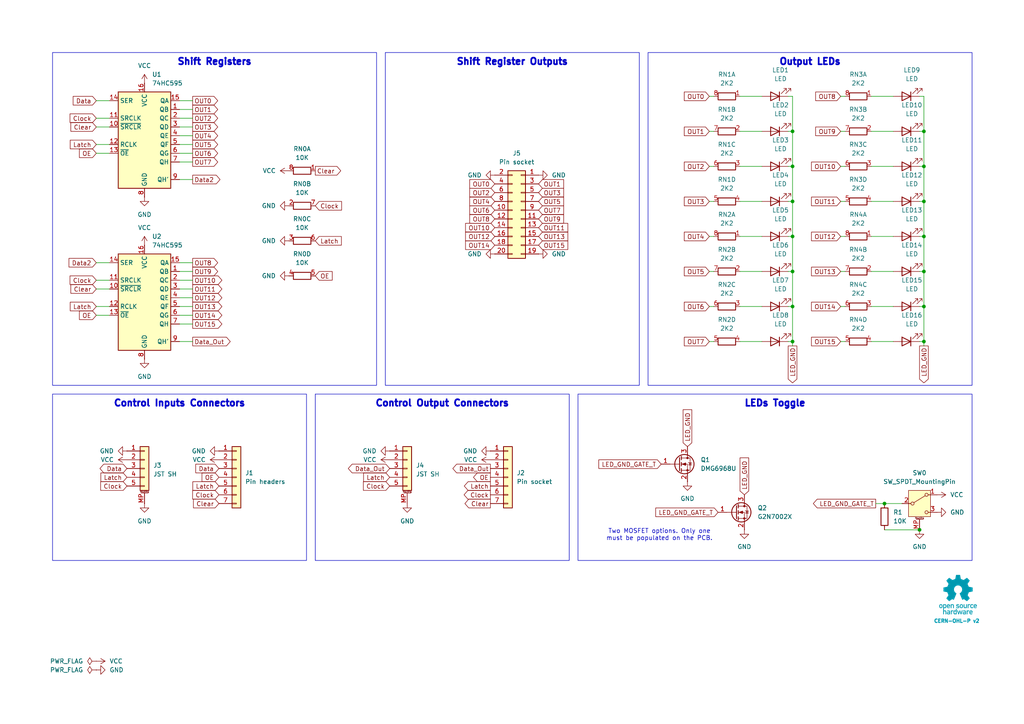
<source format=kicad_sch>
(kicad_sch (version 20231120) (generator "eeschema") (generator_version "8.0")
  (paper "A4")
  (title_block (title "Shift Registers 74HC595"))
  (lib_symbols
    (symbol "74xx:74HC595"
      (property "Reference" "U" (at -7.62 13.97 0))
      (property "Value" "74HC595" (at -7.62 -16.51 0))
      (symbol "74HC595_1_0"
        (pin tri_state line (at 10.16 7.62 180) (length 2.54) (name "QB") (number "1"))
        (pin input line (at -10.16 2.54 0) (length 2.54) (name "~{SRCLR}") (number "10"))
        (pin input line (at -10.16 5.08 0) (length 2.54) (name "SRCLK") (number "11"))
        (pin input line (at -10.16 -2.54 0) (length 2.54) (name "RCLK") (number "12"))
        (pin input line (at -10.16 -5.08 0) (length 2.54) (name "~{OE}") (number "13"))
        (pin input line (at -10.16 10.16 0) (length 2.54) (name "SER") (number "14"))
        (pin tri_state line (at 10.16 10.16 180) (length 2.54) (name "QA") (number "15"))
        (pin power_in line (at 0 15.24 270) (length 2.54) (name "VCC") (number "16"))
        (pin tri_state line (at 10.16 5.08 180) (length 2.54) (name "QC") (number "2"))
        (pin tri_state line (at 10.16 2.54 180) (length 2.54) (name "QD") (number "3"))
        (pin tri_state line (at 10.16 0 180) (length 2.54) (name "QE") (number "4"))
        (pin tri_state line (at 10.16 -2.54 180) (length 2.54) (name "QF") (number "5"))
        (pin tri_state line (at 10.16 -5.08 180) (length 2.54) (name "QG") (number "6"))
        (pin tri_state line (at 10.16 -7.62 180) (length 2.54) (name "QH") (number "7"))
        (pin power_in line (at 0 -17.78 90) (length 2.54) (name "GND") (number "8"))
        (pin output line (at 10.16 -12.7 180) (length 2.54) (name "QH'") (number "9"))
      )
      (symbol "74HC595_1_1"
        (rectangle (start -7.62 12.7) (end 7.62 -15.24) (stroke (width 0.254)) (fill (type background)))
      )
    )
    (symbol "Connector_Generic:Conn_01x07" (pin_names (offset 1.016) hide)
      (property "Reference" "J" (at 0 10.16 0))
      (property "Value" "Conn_01x07" (at 0 -10.16 0))
      (symbol "Conn_01x07_1_1"
        (rectangle (start -1.27 -7.493) (end 0 -7.747) (stroke (width 0.1524)))
        (rectangle (start -1.27 -4.953) (end 0 -5.207) (stroke (width 0.1524)))
        (rectangle (start -1.27 -2.413) (end 0 -2.667) (stroke (width 0.1524)))
        (rectangle (start -1.27 0.127) (end 0 -0.127) (stroke (width 0.1524)))
        (rectangle (start -1.27 2.667) (end 0 2.413) (stroke (width 0.1524)))
        (rectangle (start -1.27 5.207) (end 0 4.953) (stroke (width 0.1524)))
        (rectangle (start -1.27 7.747) (end 0 7.493) (stroke (width 0.1524)))
        (rectangle (start -1.27 8.89) (end 1.27 -8.89) (stroke (width 0.254)) (fill (type background)))
        (pin passive line (at -5.08 7.62 0) (length 3.81) (name "Pin_1") (number "1"))
        (pin passive line (at -5.08 5.08 0) (length 3.81) (name "Pin_2") (number "2"))
        (pin passive line (at -5.08 2.54 0) (length 3.81) (name "Pin_3") (number "3"))
        (pin passive line (at -5.08 0 0) (length 3.81) (name "Pin_4") (number "4"))
        (pin passive line (at -5.08 -2.54 0) (length 3.81) (name "Pin_5") (number "5"))
        (pin passive line (at -5.08 -5.08 0) (length 3.81) (name "Pin_6") (number "6"))
        (pin passive line (at -5.08 -7.62 0) (length 3.81) (name "Pin_7") (number "7"))
      )
    )
    (symbol "Connector_Generic:Conn_02x10_Odd_Even" (pin_names (offset 1.016) hide)
      (property "Reference" "J" (at 1.27 12.7 0))
      (property "Value" "Conn_02x10_Odd_Even" (at 1.27 -15.24 0))
      (symbol "Conn_02x10_Odd_Even_1_1"
        (rectangle (start -1.27 -12.573) (end 0 -12.827) (stroke (width 0.1524)))
        (rectangle (start -1.27 -10.033) (end 0 -10.287) (stroke (width 0.1524)))
        (rectangle (start -1.27 -7.493) (end 0 -7.747) (stroke (width 0.1524)))
        (rectangle (start -1.27 -4.953) (end 0 -5.207) (stroke (width 0.1524)))
        (rectangle (start -1.27 -2.413) (end 0 -2.667) (stroke (width 0.1524)))
        (rectangle (start -1.27 0.127) (end 0 -0.127) (stroke (width 0.1524)))
        (rectangle (start -1.27 2.667) (end 0 2.413) (stroke (width 0.1524)))
        (rectangle (start -1.27 5.207) (end 0 4.953) (stroke (width 0.1524)))
        (rectangle (start -1.27 7.747) (end 0 7.493) (stroke (width 0.1524)))
        (rectangle (start -1.27 10.287) (end 0 10.033) (stroke (width 0.1524)))
        (rectangle (start -1.27 11.43) (end 3.81 -13.97) (stroke (width 0.254)) (fill (type background)))
        (rectangle (start 3.81 -12.573) (end 2.54 -12.827) (stroke (width 0.1524)))
        (rectangle (start 3.81 -10.033) (end 2.54 -10.287) (stroke (width 0.1524)))
        (rectangle (start 3.81 -7.493) (end 2.54 -7.747) (stroke (width 0.1524)))
        (rectangle (start 3.81 -4.953) (end 2.54 -5.207) (stroke (width 0.1524)))
        (rectangle (start 3.81 -2.413) (end 2.54 -2.667) (stroke (width 0.1524)))
        (rectangle (start 3.81 0.127) (end 2.54 -0.127) (stroke (width 0.1524)))
        (rectangle (start 3.81 2.667) (end 2.54 2.413) (stroke (width 0.1524)))
        (rectangle (start 3.81 5.207) (end 2.54 4.953) (stroke (width 0.1524)))
        (rectangle (start 3.81 7.747) (end 2.54 7.493) (stroke (width 0.1524)))
        (rectangle (start 3.81 10.287) (end 2.54 10.033) (stroke (width 0.1524)))
        (pin passive line (at -5.08 10.16 0) (length 3.81) (name "Pin_1") (number "1"))
        (pin passive line (at 7.62 0 180) (length 3.81) (name "Pin_10") (number "10"))
        (pin passive line (at -5.08 -2.54 0) (length 3.81) (name "Pin_11") (number "11"))
        (pin passive line (at 7.62 -2.54 180) (length 3.81) (name "Pin_12") (number "12"))
        (pin passive line (at -5.08 -5.08 0) (length 3.81) (name "Pin_13") (number "13"))
        (pin passive line (at 7.62 -5.08 180) (length 3.81) (name "Pin_14") (number "14"))
        (pin passive line (at -5.08 -7.62 0) (length 3.81) (name "Pin_15") (number "15"))
        (pin passive line (at 7.62 -7.62 180) (length 3.81) (name "Pin_16") (number "16"))
        (pin passive line (at -5.08 -10.16 0) (length 3.81) (name "Pin_17") (number "17"))
        (pin passive line (at 7.62 -10.16 180) (length 3.81) (name "Pin_18") (number "18"))
        (pin passive line (at -5.08 -12.7 0) (length 3.81) (name "Pin_19") (number "19"))
        (pin passive line (at 7.62 10.16 180) (length 3.81) (name "Pin_2") (number "2"))
        (pin passive line (at 7.62 -12.7 180) (length 3.81) (name "Pin_20") (number "20"))
        (pin passive line (at -5.08 7.62 0) (length 3.81) (name "Pin_3") (number "3"))
        (pin passive line (at 7.62 7.62 180) (length 3.81) (name "Pin_4") (number "4"))
        (pin passive line (at -5.08 5.08 0) (length 3.81) (name "Pin_5") (number "5"))
        (pin passive line (at 7.62 5.08 180) (length 3.81) (name "Pin_6") (number "6"))
        (pin passive line (at -5.08 2.54 0) (length 3.81) (name "Pin_7") (number "7"))
        (pin passive line (at 7.62 2.54 180) (length 3.81) (name "Pin_8") (number "8"))
        (pin passive line (at -5.08 0 0) (length 3.81) (name "Pin_9") (number "9"))
      )
    )
    (symbol "Connector_Generic_MountingPin:Conn_01x05_MountingPin" (pin_names (offset 1.016) hide)
      (property "Reference" "J" (at 0 7.62 0))
      (property "Value" "Conn_01x05_MountingPin" (at 1.27 -7.62 0))
      (symbol "Conn_01x05_MountingPin_1_1"
        (rectangle (start -1.27 -4.953) (end 0 -5.207) (stroke (width 0.1524)))
        (rectangle (start -1.27 -2.413) (end 0 -2.667) (stroke (width 0.1524)))
        (rectangle (start -1.27 0.127) (end 0 -0.127) (stroke (width 0.1524)))
        (rectangle (start -1.27 2.667) (end 0 2.413) (stroke (width 0.1524)))
        (rectangle (start -1.27 5.207) (end 0 4.953) (stroke (width 0.1524)))
        (rectangle (start -1.27 6.35) (end 1.27 -6.35) (stroke (width 0.254)) (fill (type background)))
        (polyline (pts (xy -1.016 -7.112) (xy 1.016 -7.112)) (stroke (width 0.1524)))
        (text "Mounting" (at 0 -6.731 0) (effects (font (size 0.381 0.381))))
        (pin passive line (at -5.08 5.08 0) (length 3.81) (name "Pin_1") (number "1"))
        (pin passive line (at -5.08 2.54 0) (length 3.81) (name "Pin_2") (number "2"))
        (pin passive line (at -5.08 0 0) (length 3.81) (name "Pin_3") (number "3"))
        (pin passive line (at -5.08 -2.54 0) (length 3.81) (name "Pin_4") (number "4"))
        (pin passive line (at -5.08 -5.08 0) (length 3.81) (name "Pin_5") (number "5"))
        (pin passive line (at 0 -10.16 90) (length 3.048) (name "MountPin") (number "MP"))
      )
    )
    (symbol "Device:LED" (pin_numbers hide) (pin_names (offset 1.016) hide)
      (property "Reference" "D" (at 0 2.54 0))
      (property "Value" "LED" (at 0 -2.54 0))
      (symbol "LED_0_1"
        (polyline (pts (xy -1.27 -1.27) (xy -1.27 1.27)) (stroke (width 0.254)))
        (polyline (pts (xy -1.27 0) (xy 1.27 0)))
        (polyline (pts (xy 1.27 -1.27) (xy 1.27 1.27) (xy -1.27 0) (xy 1.27 -1.27)) (stroke (width 0.254)))
        (polyline (pts (xy -3.048 -0.762) (xy -4.572 -2.286) (xy -3.81 -2.286) (xy -4.572 -2.286) (xy -4.572 -1.524)))
        (polyline (pts (xy -1.778 -0.762) (xy -3.302 -2.286) (xy -2.54 -2.286) (xy -3.302 -2.286) (xy -3.302 -1.524)))
      )
      (symbol "LED_1_1"
        (pin passive line (at -3.81 0 0) (length 2.54) (name "K") (number "1"))
        (pin passive line (at 3.81 0 180) (length 2.54) (name "A") (number "2"))
      )
    )
    (symbol "Device:R" (pin_numbers hide) (pin_names (offset 0))
      (property "Reference" "R" (at 2.032 0 90))
      (property "Value" "R" (at 0 0 90))
      (symbol "R_0_1"
        (rectangle (start -1.016 -2.54) (end 1.016 2.54) (stroke (width 0.254)))
      )
      (symbol "R_1_1"
        (pin passive line (at 0 3.81 270) (length 1.27) (name "~") (number "1"))
        (pin passive line (at 0 -3.81 90) (length 1.27) (name "~") (number "2"))
      )
    )
    (symbol "Device:R_Pack04_Split" (pin_names (offset 0) hide)
      (property "Reference" "RN" (at 2.032 0 90))
      (property "Value" "R_Pack04_Split" (at 0 0 90))
      (symbol "R_Pack04_Split_0_1"
        (rectangle (start 1.016 2.54) (end -1.016 -2.54) (stroke (width 0.254)))
      )
      (symbol "R_Pack04_Split_1_1"
        (pin passive line (at 0 -3.81 90) (length 1.27) (name "R1.1") (number "1"))
        (pin passive line (at 0 3.81 270) (length 1.27) (name "R1.2") (number "8"))
      )
      (symbol "R_Pack04_Split_2_1"
        (pin passive line (at 0 -3.81 90) (length 1.27) (name "R2.1") (number "2"))
        (pin passive line (at 0 3.81 270) (length 1.27) (name "R2.2") (number "7"))
      )
      (symbol "R_Pack04_Split_3_1"
        (pin passive line (at 0 -3.81 90) (length 1.27) (name "R3.1") (number "3"))
        (pin passive line (at 0 3.81 270) (length 1.27) (name "R3.2") (number "6"))
      )
      (symbol "R_Pack04_Split_4_1"
        (pin passive line (at 0 -3.81 90) (length 1.27) (name "R4.1") (number "4"))
        (pin passive line (at 0 3.81 270) (length 1.27) (name "R4.2") (number "5"))
      )
    )
    (symbol "discrete:DMG6968U" (pin_names hide)
      (property "Reference" "Q" (at 5.08 1.905 0))
      (property "Value" "DMG6968U" (at 5.08 0 0))
      (symbol "DMG6968U_0_1"
        (polyline (pts (xy 0.254 0) (xy -2.54 0)))
        (polyline (pts (xy 0.254 1.905) (xy 0.254 -1.905)) (stroke (width 0.254)))
        (polyline (pts (xy 0.762 -1.27) (xy 0.762 -2.286)) (stroke (width 0.254)))
        (polyline (pts (xy 0.762 0.508) (xy 0.762 -0.508)) (stroke (width 0.254)))
        (polyline (pts (xy 0.762 2.286) (xy 0.762 1.27)) (stroke (width 0.254)))
        (polyline (pts (xy 2.54 2.54) (xy 2.54 1.778)))
        (polyline (pts (xy 2.54 -2.54) (xy 2.54 0) (xy 0.762 0)))
        (polyline (pts (xy 0.762 -1.778) (xy 3.302 -1.778) (xy 3.302 1.778) (xy 0.762 1.778)))
        (polyline (pts (xy 1.016 0) (xy 2.032 0.381) (xy 2.032 -0.381) (xy 1.016 0)) (fill (type outline)))
        (polyline (pts (xy 2.794 0.508) (xy 2.921 0.381) (xy 3.683 0.381) (xy 3.81 0.254)))
        (polyline (pts (xy 3.302 0.381) (xy 2.921 -0.254) (xy 3.683 -0.254) (xy 3.302 0.381)))
        (circle (center 1.651 0) (radius 2.794) (stroke (width 0.254)))
        (circle (center 2.54 -1.778) (radius 0.254) (fill (type outline)))
        (circle (center 2.54 1.778) (radius 0.254) (fill (type outline)))
      )
      (symbol "DMG6968U_1_1"
        (pin input line (at -5.08 0 0) (length 2.54) (name "G") (number "1"))
        (pin passive line (at 2.54 -5.08 90) (length 2.54) (name "S") (number "2"))
        (pin passive line (at 2.54 5.08 270) (length 2.54) (name "D") (number "3"))
      )
    )
    (symbol "discrete:G2N7002X" (pin_names hide)
      (property "Reference" "Q" (at 5.08 1.905 0))
      (property "Value" "G2N7002X" (at 5.08 0 0))
      (symbol "G2N7002X_0_1"
        (polyline (pts (xy 0.254 0) (xy -2.54 0)))
        (polyline (pts (xy 0.254 1.905) (xy 0.254 -1.905)) (stroke (width 0.254)))
        (polyline (pts (xy 0.762 -1.27) (xy 0.762 -2.286)) (stroke (width 0.254)))
        (polyline (pts (xy 0.762 0.508) (xy 0.762 -0.508)) (stroke (width 0.254)))
        (polyline (pts (xy 0.762 2.286) (xy 0.762 1.27)) (stroke (width 0.254)))
        (polyline (pts (xy 2.54 2.54) (xy 2.54 1.778)))
        (polyline (pts (xy 2.54 -2.54) (xy 2.54 0) (xy 0.762 0)))
        (polyline (pts (xy 0.762 -1.778) (xy 3.302 -1.778) (xy 3.302 1.778) (xy 0.762 1.778)))
        (polyline (pts (xy 1.016 0) (xy 2.032 0.381) (xy 2.032 -0.381) (xy 1.016 0)) (fill (type outline)))
        (polyline (pts (xy 2.794 0.508) (xy 2.921 0.381) (xy 3.683 0.381) (xy 3.81 0.254)))
        (polyline (pts (xy 3.302 0.381) (xy 2.921 -0.254) (xy 3.683 -0.254) (xy 3.302 0.381)))
        (circle (center 1.651 0) (radius 2.794) (stroke (width 0.254)))
        (circle (center 2.54 -1.778) (radius 0.254) (fill (type outline)))
        (circle (center 2.54 1.778) (radius 0.254) (fill (type outline)))
      )
      (symbol "G2N7002X_1_1"
        (pin input line (at -5.08 0 0) (length 2.54) (name "G") (number "1"))
        (pin passive line (at 2.54 -5.08 90) (length 2.54) (name "S") (number "2"))
        (pin passive line (at 2.54 5.08 270) (length 2.54) (name "D") (number "3"))
      )
    )
    (symbol "electromechanical:SK-3296S-01-L1" (pin_names (offset 0) hide)
      (property "Reference" "SW" (at 0 5.08 0))
      (property "Value" "SW_SPDT_MountingPin" (at 0 -5.08 0))
      (symbol "SK-3296S-01-L1_0_1"
        (circle (center -2.032 0) (radius 0.4572))
        (polyline (pts (xy -1.651 0.254) (xy 1.651 2.286)))
        (circle (center 2.032 -2.54) (radius 0.4572))
        (circle (center 2.032 2.54) (radius 0.4572))
      )
      (symbol "SK-3296S-01-L1_1_1"
        (rectangle (start -3.175 3.81) (end 3.175 -3.81) (fill (type background)))
        (polyline (pts (xy -1.016 -4.572) (xy 1.016 -4.572)) (stroke (width 0.1524)))
        (text "Mounting" (at 0 -4.191 0) (effects (font (size 0.381 0.381))))
        (pin passive line (at 5.08 2.54 180) (length 2.54) (name "A") (number "1"))
        (pin passive line (at -5.08 0 0) (length 2.54) (name "B") (number "2"))
        (pin passive line (at 5.08 -2.54 180) (length 2.54) (name "C") (number "3"))
        (pin passive line (at 0 -7.62 90) (length 3.048) (name "MountPin") (number "MP"))
      )
    )
    (symbol "power:GND" (power) (pin_numbers hide) (pin_names (offset 0) hide)
      (property "Value" "GND" (at 0 -3.81 0))
      (symbol "GND_0_1"
        (polyline (pts (xy 0 0) (xy 0 -1.27) (xy 1.27 -1.27) (xy 0 -2.54) (xy -1.27 -1.27) (xy 0 -1.27)))
      )
      (symbol "GND_1_1"
        (pin power_in line (at 0 0 270) (length 0) (name "~") (number "1"))
      )
    )
    (symbol "power:PWR_FLAG" (power) (pin_numbers hide) (pin_names (offset 0) hide)
      (property "Value" "PWR_FLAG" (at 0 3.81 0))
      (symbol "PWR_FLAG_0_0"
        (pin power_out line (at 0 0 90) (length 0) (name "~") (number "1"))
      )
      (symbol "PWR_FLAG_0_1"
        (polyline (pts (xy 0 0) (xy 0 1.27) (xy -1.016 1.905) (xy 0 2.54) (xy 1.016 1.905) (xy 0 1.27)))
      )
    )
    (symbol "power:VCC" (power) (pin_numbers hide) (pin_names (offset 0) hide)
      (property "Value" "VCC" (at 0 3.556 0))
      (symbol "VCC_0_1"
        (polyline (pts (xy -0.762 1.27) (xy 0 2.54)))
        (polyline (pts (xy 0 0) (xy 0 2.54)))
        (polyline (pts (xy 0 2.54) (xy 0.762 1.27)))
      )
      (symbol "VCC_1_1"
        (pin power_in line (at 0 0 90) (length 0) (name "~") (number "1"))
      )
    )
  )
  (junction (at 229.87 68.58))
  (junction (at 229.87 58.42))
  (junction (at 267.97 88.9))
  (junction (at 229.87 78.74))
  (junction (at 229.87 48.26))
  (junction (at 267.97 68.58))
  (junction (at 229.87 99.06))
  (junction (at 229.87 88.9))
  (junction (at 256.54 146.05))
  (junction (at 267.97 38.1))
  (junction (at 267.97 58.42))
  (junction (at 229.87 38.1))
  (junction (at 266.7 153.67))
  (junction (at 267.97 78.74))
  (junction (at 267.97 99.06))
  (junction (at 267.97 48.26))
  (wire (pts (xy 229.87 78.74) (xy 228.6 78.74)))
  (wire (pts (xy 52.07 31.75) (xy 55.88 31.75)))
  (wire (pts (xy 229.87 38.1) (xy 228.6 38.1)))
  (wire (pts (xy 27.94 81.28) (xy 31.75 81.28)))
  (wire (pts (xy 205.74 48.26) (xy 207.01 48.26)))
  (wire (pts (xy 243.84 88.9) (xy 245.11 88.9)))
  (wire (pts (xy 52.07 86.36) (xy 55.88 86.36)))
  (wire (pts (xy 52.07 88.9) (xy 55.88 88.9)))
  (wire (pts (xy 266.7 27.94) (xy 267.97 27.94)))
  (wire (pts (xy 266.7 99.06) (xy 267.97 99.06)))
  (wire (pts (xy 52.07 39.37) (xy 55.88 39.37)))
  (wire (pts (xy 229.87 27.94) (xy 229.87 38.1)))
  (wire (pts (xy 243.84 78.74) (xy 245.11 78.74)))
  (wire (pts (xy 267.97 38.1) (xy 267.97 48.26)))
  (wire (pts (xy 252.73 78.74) (xy 259.08 78.74)))
  (wire (pts (xy 266.7 78.74) (xy 267.97 78.74)))
  (wire (pts (xy 243.84 27.94) (xy 245.11 27.94)))
  (wire (pts (xy 229.87 48.26) (xy 228.6 48.26)))
  (wire (pts (xy 27.94 29.21) (xy 31.75 29.21)))
  (wire (pts (xy 27.94 88.9) (xy 31.75 88.9)))
  (wire (pts (xy 266.7 88.9) (xy 267.97 88.9)))
  (wire (pts (xy 229.87 99.06) (xy 229.87 100.33)))
  (wire (pts (xy 214.63 48.26) (xy 220.98 48.26)))
  (wire (pts (xy 52.07 99.06) (xy 55.88 99.06)))
  (wire (pts (xy 267.97 48.26) (xy 267.97 58.42)))
  (wire (pts (xy 229.87 38.1) (xy 229.87 48.26)))
  (wire (pts (xy 267.97 68.58) (xy 267.97 78.74)))
  (wire (pts (xy 252.73 68.58) (xy 259.08 68.58)))
  (wire (pts (xy 52.07 44.45) (xy 55.88 44.45)))
  (wire (pts (xy 267.97 27.94) (xy 267.97 38.1)))
  (wire (pts (xy 52.07 78.74) (xy 55.88 78.74)))
  (wire (pts (xy 266.7 48.26) (xy 267.97 48.26)))
  (wire (pts (xy 229.87 58.42) (xy 229.87 68.58)))
  (wire (pts (xy 214.63 68.58) (xy 220.98 68.58)))
  (wire (pts (xy 252.73 58.42) (xy 259.08 58.42)))
  (wire (pts (xy 243.84 48.26) (xy 245.11 48.26)))
  (wire (pts (xy 205.74 38.1) (xy 207.01 38.1)))
  (wire (pts (xy 214.63 27.94) (xy 220.98 27.94)))
  (wire (pts (xy 214.63 78.74) (xy 220.98 78.74)))
  (wire (pts (xy 256.54 153.67) (xy 266.7 153.67)))
  (wire (pts (xy 27.94 91.44) (xy 31.75 91.44)))
  (wire (pts (xy 267.97 99.06) (xy 267.97 100.33)))
  (wire (pts (xy 52.07 46.99) (xy 55.88 46.99)))
  (wire (pts (xy 252.73 38.1) (xy 259.08 38.1)))
  (wire (pts (xy 243.84 58.42) (xy 245.11 58.42)))
  (wire (pts (xy 205.74 58.42) (xy 207.01 58.42)))
  (wire (pts (xy 52.07 41.91) (xy 55.88 41.91)))
  (wire (pts (xy 205.74 88.9) (xy 207.01 88.9)))
  (wire (pts (xy 52.07 93.98) (xy 55.88 93.98)))
  (wire (pts (xy 229.87 58.42) (xy 228.6 58.42)))
  (wire (pts (xy 52.07 29.21) (xy 55.88 29.21)))
  (wire (pts (xy 243.84 99.06) (xy 245.11 99.06)))
  (wire (pts (xy 266.7 38.1) (xy 267.97 38.1)))
  (wire (pts (xy 205.74 78.74) (xy 207.01 78.74)))
  (wire (pts (xy 228.6 27.94) (xy 229.87 27.94)))
  (wire (pts (xy 52.07 52.07) (xy 55.88 52.07)))
  (wire (pts (xy 243.84 38.1) (xy 245.11 38.1)))
  (wire (pts (xy 205.74 99.06) (xy 207.01 99.06)))
  (wire (pts (xy 252.73 88.9) (xy 259.08 88.9)))
  (wire (pts (xy 52.07 76.2) (xy 55.88 76.2)))
  (wire (pts (xy 52.07 36.83) (xy 55.88 36.83)))
  (wire (pts (xy 205.74 27.94) (xy 207.01 27.94)))
  (wire (pts (xy 254 146.05) (xy 256.54 146.05)))
  (wire (pts (xy 229.87 68.58) (xy 228.6 68.58)))
  (wire (pts (xy 27.94 36.83) (xy 31.75 36.83)))
  (wire (pts (xy 266.7 68.58) (xy 267.97 68.58)))
  (wire (pts (xy 266.7 58.42) (xy 267.97 58.42)))
  (wire (pts (xy 27.94 83.82) (xy 31.75 83.82)))
  (wire (pts (xy 27.94 34.29) (xy 31.75 34.29)))
  (wire (pts (xy 52.07 34.29) (xy 55.88 34.29)))
  (wire (pts (xy 267.97 58.42) (xy 267.97 68.58)))
  (wire (pts (xy 214.63 88.9) (xy 220.98 88.9)))
  (wire (pts (xy 52.07 83.82) (xy 55.88 83.82)))
  (wire (pts (xy 228.6 99.06) (xy 229.87 99.06)))
  (wire (pts (xy 256.54 146.05) (xy 261.62 146.05)))
  (wire (pts (xy 52.07 81.28) (xy 55.88 81.28)))
  (wire (pts (xy 27.94 41.91) (xy 31.75 41.91)))
  (wire (pts (xy 214.63 38.1) (xy 220.98 38.1)))
  (wire (pts (xy 229.87 88.9) (xy 228.6 88.9)))
  (wire (pts (xy 252.73 48.26) (xy 259.08 48.26)))
  (wire (pts (xy 229.87 48.26) (xy 229.87 58.42)))
  (wire (pts (xy 252.73 27.94) (xy 259.08 27.94)))
  (wire (pts (xy 229.87 88.9) (xy 229.87 99.06)))
  (wire (pts (xy 27.94 44.45) (xy 31.75 44.45)))
  (wire (pts (xy 214.63 58.42) (xy 220.98 58.42)))
  (wire (pts (xy 27.94 76.2) (xy 31.75 76.2)))
  (wire (pts (xy 205.74 68.58) (xy 207.01 68.58)))
  (wire (pts (xy 229.87 68.58) (xy 229.87 78.74)))
  (wire (pts (xy 267.97 78.74) (xy 267.97 88.9)))
  (wire (pts (xy 243.84 68.58) (xy 245.11 68.58)))
  (wire (pts (xy 252.73 99.06) (xy 259.08 99.06)))
  (wire (pts (xy 229.87 78.74) (xy 229.87 88.9)))
  (wire (pts (xy 52.07 91.44) (xy 55.88 91.44)))
  (wire (pts (xy 267.97 88.9) (xy 267.97 99.06)))
  (wire (pts (xy 214.63 99.06) (xy 220.98 99.06)))
  (image (at 277.876 172.466) (scale 0.1691))
  (text_box "Output LEDs" (at 187.96 15.24 0) (size 93.98 96.52) (effects (font (size 1.905 1.905) (thickness 0.508) (bold yes)) (justify top)))
  (text_box "Control Inputs Connectors" (at 15.24 114.3 0) (size 73.66 48.26) (effects (font (size 1.905 1.905) (thickness 0.508) (bold yes)) (justify top)))
  (text_box "Shift Registers" (at 15.24 15.24 0) (size 93.98 96.52) (effects (font (size 1.905 1.905) (thickness 0.508) (bold yes)) (justify top)))
  (text_box "Control Output Connectors" (at 91.44 114.3 0) (size 73.66 48.26) (effects (font (size 1.905 1.905) (thickness 0.508) (bold yes)) (justify top)))
  (text_box "LEDs Toggle" (at 167.64 114.3 0) (size 114.3 48.26) (effects (font (size 1.905 1.905) (thickness 0.508) (bold yes)) (justify top)))
  (text_box "Shift Register Outputs" (at 111.76 15.24 0) (size 73.66 96.52) (effects (font (size 1.905 1.905) (thickness 0.508) (bold yes)) (justify top)))
  (text "CERN-OHL-P v2" (at 277.495 180.34 0) (effects (font (size 1.016 1.016) (thickness 0.4) (bold yes))))
  (text "Two MOSFET options. Only one\nmust be populated on the PCB." (at 191.262 155.194 0) (effects (font (size 1.27 1.27))))
  (global_label "OUT6" (shape input) (at 205.74 88.9 180) (property "Intersheetrefs" "${INTERSHEET_REFS}" (effects (hide yes))))
  (global_label "OUT0" (shape input) (at 143.51 53.34 180) (property "Intersheetrefs" "${INTERSHEET_REFS}" (effects (hide yes))))
  (global_label "Data_Out" (shape bidirectional) (at 113.03 135.89 180) (property "Intersheetrefs" "${INTERSHEET_REFS}" (effects (hide yes))))
  (global_label "OUT11" (shape output) (at 55.88 83.82 0) (property "Intersheetrefs" "${INTERSHEET_REFS}" (effects (hide yes))))
  (global_label "OUT11" (shape input) (at 243.84 58.42 180) (property "Intersheetrefs" "${INTERSHEET_REFS}" (effects (hide yes))))
  (global_label "Clear" (shape input) (at 63.5 146.05 180) (property "Intersheetrefs" "${INTERSHEET_REFS}" (effects (hide yes))))
  (global_label "OUT13" (shape input) (at 156.21 68.58 0) (property "Intersheetrefs" "${INTERSHEET_REFS}" (effects (hide yes))))
  (global_label "OUT5" (shape input) (at 205.74 78.74 180) (property "Intersheetrefs" "${INTERSHEET_REFS}" (effects (hide yes))))
  (global_label "Data2" (shape input) (at 27.94 76.2 180) (property "Intersheetrefs" "${INTERSHEET_REFS}" (effects (hide yes))))
  (global_label "OUT2" (shape output) (at 55.88 34.29 0) (property "Intersheetrefs" "${INTERSHEET_REFS}" (effects (hide yes))))
  (global_label "Clock" (shape input) (at 27.94 34.29 180) (property "Intersheetrefs" "${INTERSHEET_REFS}" (effects (hide yes))))
  (global_label "OE" (shape input) (at 63.5 138.43 180) (property "Intersheetrefs" "${INTERSHEET_REFS}" (effects (hide yes))))
  (global_label "OUT1" (shape input) (at 156.21 53.34 0) (property "Intersheetrefs" "${INTERSHEET_REFS}" (effects (hide yes))))
  (global_label "OUT4" (shape output) (at 55.88 39.37 0) (property "Intersheetrefs" "${INTERSHEET_REFS}" (effects (hide yes))))
  (global_label "OUT1" (shape input) (at 205.74 38.1 180) (property "Intersheetrefs" "${INTERSHEET_REFS}" (effects (hide yes))))
  (global_label "Latch" (shape output) (at 142.24 140.97 180) (property "Intersheetrefs" "${INTERSHEET_REFS}" (effects (hide yes))))
  (global_label "OUT7" (shape input) (at 205.74 99.06 180) (property "Intersheetrefs" "${INTERSHEET_REFS}" (effects (hide yes))))
  (global_label "OUT3" (shape input) (at 205.74 58.42 180) (property "Intersheetrefs" "${INTERSHEET_REFS}" (effects (hide yes))))
  (global_label "OUT10" (shape input) (at 143.51 66.04 180) (property "Intersheetrefs" "${INTERSHEET_REFS}" (effects (hide yes))))
  (global_label "OUT15" (shape input) (at 243.84 99.06 180) (property "Intersheetrefs" "${INTERSHEET_REFS}" (effects (hide yes))))
  (global_label "OUT2" (shape input) (at 143.51 55.88 180) (property "Intersheetrefs" "${INTERSHEET_REFS}" (effects (hide yes))))
  (global_label "Clock" (shape input) (at 27.94 81.28 180) (property "Intersheetrefs" "${INTERSHEET_REFS}" (effects (hide yes))))
  (global_label "OUT6" (shape input) (at 143.51 60.96 180) (property "Intersheetrefs" "${INTERSHEET_REFS}" (effects (hide yes))))
  (global_label "OUT0" (shape output) (at 55.88 29.21 0) (property "Intersheetrefs" "${INTERSHEET_REFS}" (effects (hide yes))))
  (global_label "OUT8" (shape output) (at 55.88 76.2 0) (property "Intersheetrefs" "${INTERSHEET_REFS}" (effects (hide yes))))
  (global_label "OUT3" (shape input) (at 156.21 55.88 0) (property "Intersheetrefs" "${INTERSHEET_REFS}" (effects (hide yes))))
  (global_label "Clock" (shape output) (at 142.24 143.51 180) (property "Intersheetrefs" "${INTERSHEET_REFS}" (effects (hide yes))))
  (global_label "Clock" (shape input) (at 63.5 143.51 180) (property "Intersheetrefs" "${INTERSHEET_REFS}" (effects (hide yes))))
  (global_label "LED_GND" (shape input) (at 215.9 143.51 90) (property "Intersheetrefs" "${INTERSHEET_REFS}" (effects (hide yes))))
  (global_label "OUT14" (shape input) (at 143.51 71.12 180) (property "Intersheetrefs" "${INTERSHEET_REFS}" (effects (hide yes))))
  (global_label "OUT13" (shape input) (at 243.84 78.74 180) (property "Intersheetrefs" "${INTERSHEET_REFS}" (effects (hide yes))))
  (global_label "OUT9" (shape input) (at 156.21 63.5 0) (property "Intersheetrefs" "${INTERSHEET_REFS}" (effects (hide yes))))
  (global_label "OUT10" (shape input) (at 243.84 48.26 180) (property "Intersheetrefs" "${INTERSHEET_REFS}" (effects (hide yes))))
  (global_label "LED_GND" (shape output) (at 267.97 100.33 270) (property "Intersheetrefs" "${INTERSHEET_REFS}" (effects (hide yes))))
  (global_label "Data" (shape bidirectional) (at 36.83 135.89 180) (property "Intersheetrefs" "${INTERSHEET_REFS}" (effects (hide yes))))
  (global_label "OUT15" (shape input) (at 156.21 71.12 0) (property "Intersheetrefs" "${INTERSHEET_REFS}" (effects (hide yes))))
  (global_label "OUT2" (shape input) (at 205.74 48.26 180) (property "Intersheetrefs" "${INTERSHEET_REFS}" (effects (hide yes))))
  (global_label "OUT10" (shape output) (at 55.88 81.28 0) (property "Intersheetrefs" "${INTERSHEET_REFS}" (effects (hide yes))))
  (global_label "LED_GND_GATE_T" (shape input) (at 191.77 134.62 180) (property "Intersheetrefs" "${INTERSHEET_REFS}" (effects (hide yes))))
  (global_label "OUT14" (shape output) (at 55.88 91.44 0) (property "Intersheetrefs" "${INTERSHEET_REFS}" (effects (hide yes))))
  (global_label "OUT3" (shape output) (at 55.88 36.83 0) (property "Intersheetrefs" "${INTERSHEET_REFS}" (effects (hide yes))))
  (global_label "Data_Out" (shape output) (at 55.88 99.06 0) (property "Intersheetrefs" "${INTERSHEET_REFS}" (effects (hide yes))))
  (global_label "Clock" (shape input) (at 91.44 59.69 0) (property "Intersheetrefs" "${INTERSHEET_REFS}" (effects (hide yes))))
  (global_label "OUT14" (shape input) (at 243.84 88.9 180) (property "Intersheetrefs" "${INTERSHEET_REFS}" (effects (hide yes))))
  (global_label "OUT11" (shape input) (at 156.21 66.04 0) (property "Intersheetrefs" "${INTERSHEET_REFS}" (effects (hide yes))))
  (global_label "Latch" (shape input) (at 27.94 88.9 180) (property "Intersheetrefs" "${INTERSHEET_REFS}" (effects (hide yes))))
  (global_label "OE" (shape input) (at 27.94 44.45 180) (property "Intersheetrefs" "${INTERSHEET_REFS}" (effects (hide yes))))
  (global_label "OUT1" (shape output) (at 55.88 31.75 0) (property "Intersheetrefs" "${INTERSHEET_REFS}" (effects (hide yes))))
  (global_label "OUT12" (shape input) (at 243.84 68.58 180) (property "Intersheetrefs" "${INTERSHEET_REFS}" (effects (hide yes))))
  (global_label "OUT6" (shape output) (at 55.88 44.45 0) (property "Intersheetrefs" "${INTERSHEET_REFS}" (effects (hide yes))))
  (global_label "Clear" (shape output) (at 91.44 49.53 0) (property "Intersheetrefs" "${INTERSHEET_REFS}" (effects (hide yes))))
  (global_label "Latch" (shape input) (at 113.03 138.43 180) (property "Intersheetrefs" "${INTERSHEET_REFS}" (effects (hide yes))))
  (global_label "Latch" (shape input) (at 63.5 140.97 180) (property "Intersheetrefs" "${INTERSHEET_REFS}" (effects (hide yes))))
  (global_label "LED_GND_GATE_T" (shape input) (at 208.28 148.59 180) (property "Intersheetrefs" "${INTERSHEET_REFS}" (effects (hide yes))))
  (global_label "Clear" (shape input) (at 27.94 83.82 180) (property "Intersheetrefs" "${INTERSHEET_REFS}" (effects (hide yes))))
  (global_label "OUT9" (shape input) (at 243.84 38.1 180) (property "Intersheetrefs" "${INTERSHEET_REFS}" (effects (hide yes))))
  (global_label "OUT7" (shape input) (at 156.21 60.96 0) (property "Intersheetrefs" "${INTERSHEET_REFS}" (effects (hide yes))))
  (global_label "OUT15" (shape output) (at 55.88 93.98 0) (property "Intersheetrefs" "${INTERSHEET_REFS}" (effects (hide yes))))
  (global_label "OE" (shape output) (at 142.24 138.43 180) (property "Intersheetrefs" "${INTERSHEET_REFS}" (effects (hide yes))))
  (global_label "Data" (shape input) (at 63.5 135.89 180) (property "Intersheetrefs" "${INTERSHEET_REFS}" (effects (hide yes))))
  (global_label "Data" (shape input) (at 27.94 29.21 180) (property "Intersheetrefs" "${INTERSHEET_REFS}" (effects (hide yes))))
  (global_label "Clock" (shape input) (at 36.83 140.97 180) (property "Intersheetrefs" "${INTERSHEET_REFS}" (effects (hide yes))))
  (global_label "LED_GND_GATE_T" (shape output) (at 254 146.05 180) (property "Intersheetrefs" "${INTERSHEET_REFS}" (effects (hide yes))))
  (global_label "Data_Out" (shape output) (at 142.24 135.89 180) (property "Intersheetrefs" "${INTERSHEET_REFS}" (effects (hide yes))))
  (global_label "OUT9" (shape output) (at 55.88 78.74 0) (property "Intersheetrefs" "${INTERSHEET_REFS}" (effects (hide yes))))
  (global_label "OUT12" (shape input) (at 143.51 68.58 180) (property "Intersheetrefs" "${INTERSHEET_REFS}" (effects (hide yes))))
  (global_label "OUT5" (shape output) (at 55.88 41.91 0) (property "Intersheetrefs" "${INTERSHEET_REFS}" (effects (hide yes))))
  (global_label "OUT8" (shape input) (at 243.84 27.94 180) (property "Intersheetrefs" "${INTERSHEET_REFS}" (effects (hide yes))))
  (global_label "LED_GND" (shape output) (at 229.87 100.33 270) (property "Intersheetrefs" "${INTERSHEET_REFS}" (effects (hide yes))))
  (global_label "Clear" (shape output) (at 142.24 146.05 180) (property "Intersheetrefs" "${INTERSHEET_REFS}" (effects (hide yes))))
  (global_label "OUT12" (shape output) (at 55.88 86.36 0) (property "Intersheetrefs" "${INTERSHEET_REFS}" (effects (hide yes))))
  (global_label "OUT4" (shape input) (at 143.51 58.42 180) (property "Intersheetrefs" "${INTERSHEET_REFS}" (effects (hide yes))))
  (global_label "OUT7" (shape output) (at 55.88 46.99 0) (property "Intersheetrefs" "${INTERSHEET_REFS}" (effects (hide yes))))
  (global_label "OE" (shape input) (at 27.94 91.44 180) (property "Intersheetrefs" "${INTERSHEET_REFS}" (effects (hide yes))))
  (global_label "OUT8" (shape input) (at 143.51 63.5 180) (property "Intersheetrefs" "${INTERSHEET_REFS}" (effects (hide yes))))
  (global_label "OE" (shape input) (at 91.44 80.01 0) (property "Intersheetrefs" "${INTERSHEET_REFS}" (effects (hide yes))))
  (global_label "Clear" (shape input) (at 27.94 36.83 180) (property "Intersheetrefs" "${INTERSHEET_REFS}" (effects (hide yes))))
  (global_label "OUT5" (shape input) (at 156.21 58.42 0) (property "Intersheetrefs" "${INTERSHEET_REFS}" (effects (hide yes))))
  (global_label "Latch" (shape input) (at 36.83 138.43 180) (property "Intersheetrefs" "${INTERSHEET_REFS}" (effects (hide yes))))
  (global_label "Clock" (shape input) (at 113.03 140.97 180) (property "Intersheetrefs" "${INTERSHEET_REFS}" (effects (hide yes))))
  (global_label "OUT4" (shape input) (at 205.74 68.58 180) (property "Intersheetrefs" "${INTERSHEET_REFS}" (effects (hide yes))))
  (global_label "LED_GND" (shape input) (at 199.39 129.54 90) (property "Intersheetrefs" "${INTERSHEET_REFS}" (effects (hide yes))))
  (global_label "OUT0" (shape input) (at 205.74 27.94 180) (property "Intersheetrefs" "${INTERSHEET_REFS}" (effects (hide yes))))
  (global_label "Latch" (shape input) (at 91.44 69.85 0) (property "Intersheetrefs" "${INTERSHEET_REFS}" (effects (hide yes))))
  (global_label "Data2" (shape output) (at 55.88 52.07 0) (property "Intersheetrefs" "${INTERSHEET_REFS}" (effects (hide yes))))
  (global_label "OUT13" (shape output) (at 55.88 88.9 0) (property "Intersheetrefs" "${INTERSHEET_REFS}" (effects (hide yes))))
  (global_label "Latch" (shape input) (at 27.94 41.91 180) (property "Intersheetrefs" "${INTERSHEET_REFS}" (effects (hide yes))))
  (symbol (lib_id "power:VCC") (at 41.91 24.13 0) (unit 1)
    (property "Reference" "#PWR015" (effects (hide yes)))
    (property "Value" "VCC" (at 41.91 19.05 0))
    (property "Description" "Power symbol creates a global label with name \"VCC\"" (effects (hide yes)))
  )
  (symbol (lib_id "74xx:74HC595") (at 41.91 86.36 0) (unit 1)
    (property "Reference" "U2" (at 44.1041 68.58 0) (effects (justify left)))
    (property "Value" "74HC595" (at 44.1041 71.12 0) (effects (justify left)))
    (property "Footprint" "Package_SO:SOIC-16_3.9x9.9mm_P1.27mm" (effects (hide yes)))
    (property "Datasheet" "http://www.ti.com/lit/ds/symlink/sn74hc595.pdf" (effects (hide yes)))
    (property "Description" "8-bit serial in/out Shift Register 3-State Outputs" (effects (hide yes)))
  )
  (symbol (lib_id "power:VCC") (at 36.83 133.35 90) (unit 1)
    (property "Reference" "#PWR08" (effects (hide yes)))
    (property "Value" "VCC" (at 33.02 133.3499 90) (effects (justify left)))
    (property "Description" "Power symbol creates a global label with name \"VCC\"" (effects (hide yes)))
  )
  (symbol (lib_id "power:GND") (at 83.82 80.01 270) (unit 1)
    (property "Reference" "#PWR06" (effects (hide yes)))
    (property "Value" "GND" (at 80.01 80.0099 90) (effects (justify right)))
    (property "Description" "Power symbol creates a global label with name \"GND\" , ground" (effects (hide yes)))
  )
  (symbol (lib_id "power:VCC") (at 113.03 133.35 90) (unit 1)
    (property "Reference" "#PWR010" (effects (hide yes)))
    (property "Value" "VCC" (at 109.22 133.3499 90) (effects (justify left)))
    (property "Description" "Power symbol creates a global label with name \"VCC\"" (effects (hide yes)))
  )
  (symbol (lib_id "Device:R_Pack04_Split") (at 87.63 59.69 270) (unit 2)
    (property "Reference" "RN0" (at 87.63 53.34 90))
    (property "Value" "10K" (at 87.63 55.88 90))
    (property "Footprint" "discrete:R_Array_Convex_4x0402" (effects (hide yes)))
    (property "Description" "4 resistor network, parallel topology, split" (effects (hide yes)))
  )
  (symbol (lib_id "power:GND") (at 156.21 50.8 90) (unit 1)
    (property "Reference" "#PWR025" (effects (hide yes)))
    (property "Value" "GND" (at 160.02 50.8 90) (effects (justify right)))
    (property "Description" "Power symbol creates a global label with name \"GND\" , ground" (effects (hide yes)))
  )
  (symbol (lib_id "power:GND") (at 156.21 73.66 90) (unit 1)
    (property "Reference" "#PWR026" (effects (hide yes)))
    (property "Value" "GND" (at 160.02 73.6599 90) (effects (justify right)))
    (property "Description" "Power symbol creates a global label with name \"GND\" , ground" (effects (hide yes)))
  )
  (symbol (lib_id "power:GND") (at 83.82 69.85 270) (unit 1)
    (property "Reference" "#PWR05" (effects (hide yes)))
    (property "Value" "GND" (at 80.01 69.8499 90) (effects (justify right)))
    (property "Description" "Power symbol creates a global label with name \"GND\" , ground" (effects (hide yes)))
  )
  (symbol (lib_id "Device:LED") (at 224.79 88.9 180) (unit 1)
    (property "Reference" "LED7" (at 226.3775 81.28 0))
    (property "Value" "LED" (at 226.3775 83.82 0))
    (property "Footprint" "discrete:LED_0603_1608Metric" (effects (hide yes)))
    (property "Description" "Light emitting diode" (effects (hide yes)))
  )
  (symbol (lib_id "power:VCC") (at 142.24 133.35 90) (unit 1)
    (property "Reference" "#PWR022" (effects (hide yes)))
    (property "Value" "VCC" (at 138.43 133.3499 90) (effects (justify left)))
    (property "Description" "Power symbol creates a global label with name \"VCC\"" (effects (hide yes)))
  )
  (symbol (lib_id "power:GND") (at 271.78 148.59 90) (unit 1)
    (property "Reference" "#PWR029" (effects (hide yes)))
    (property "Value" "GND" (at 275.59 148.5899 90) (effects (justify right)))
    (property "Description" "Power symbol creates a global label with name \"GND\" , ground" (effects (hide yes)))
  )
  (symbol (lib_id "Device:LED") (at 224.79 68.58 180) (unit 1)
    (property "Reference" "LED5" (at 226.3775 60.96 0))
    (property "Value" "LED" (at 226.3775 63.5 0))
    (property "Footprint" "discrete:LED_0603_1608Metric" (effects (hide yes)))
    (property "Description" "Light emitting diode" (effects (hide yes)))
  )
  (symbol (lib_id "power:GND") (at 41.91 57.15 0) (unit 1)
    (property "Reference" "#PWR016" (effects (hide yes)))
    (property "Value" "GND" (at 41.91 62.23 0))
    (property "Description" "Power symbol creates a global label with name \"GND\" , ground" (effects (hide yes)))
  )
  (symbol (lib_id "Device:R_Pack04_Split") (at 248.92 78.74 90) (unit 2)
    (property "Reference" "RN4" (at 248.92 72.39 90))
    (property "Value" "2K2" (at 248.92 74.93 90))
    (property "Footprint" "discrete:R_Array_Convex_4x0603_HandSolder" (effects (hide yes)))
    (property "Description" "4 resistor network, parallel topology, split" (effects (hide yes)))
  )
  (symbol (lib_id "Device:LED") (at 224.79 38.1 180) (unit 1)
    (property "Reference" "LED2" (at 226.3775 30.48 0))
    (property "Value" "LED" (at 226.3775 33.02 0))
    (property "Footprint" "discrete:LED_0603_1608Metric" (effects (hide yes)))
    (property "Description" "Light emitting diode" (effects (hide yes)))
  )
  (symbol (lib_id "Device:R_Pack04_Split") (at 248.92 99.06 90) (unit 4)
    (property "Reference" "RN4" (at 248.92 92.71 90))
    (property "Value" "2K2" (at 248.92 95.25 90))
    (property "Footprint" "discrete:R_Array_Convex_4x0603_HandSolder" (effects (hide yes)))
    (property "Description" "4 resistor network, parallel topology, split" (effects (hide yes)))
  )
  (symbol (lib_id "Device:R_Pack04_Split") (at 210.82 99.06 90) (unit 4)
    (property "Reference" "RN2" (at 210.82 92.71 90))
    (property "Value" "2K2" (at 210.82 95.25 90))
    (property "Footprint" "discrete:R_Array_Convex_4x0603_HandSolder" (effects (hide yes)))
    (property "Description" "4 resistor network, parallel topology, split" (effects (hide yes)))
  )
  (symbol (lib_id "Connector_Generic_MountingPin:Conn_01x05_MountingPin") (at 118.11 135.89 0) (unit 1)
    (property "Reference" "J4" (at 120.65 134.9755 0) (effects (justify left)))
    (property "Value" "JST SH" (at 120.65 137.5155 0) (effects (justify left)))
    (property "Footprint" "connector:JST_SH_SM05B-SRSS-TB_1x05-1MP_P1.00mm_Horizontal" (effects (hide yes)))
    (property "Description" "Generic connectable mounting pin connector, single row, 01x05, script generated (kicad-library-utils/schlib/autogen/connector/)" (effects (hide yes)))
    (property "LCSC Part" "C7433426" (effects (hide yes)))
  )
  (symbol (lib_id "power:VCC") (at 83.82 49.53 90) (unit 1)
    (property "Reference" "#PWR01" (effects (hide yes)))
    (property "Value" "VCC" (at 80.01 49.5299 90) (effects (justify left)))
    (property "Description" "Power symbol creates a global label with name \"VCC\"" (effects (hide yes)))
  )
  (symbol (lib_id "Device:LED") (at 224.79 78.74 180) (unit 1)
    (property "Reference" "LED6" (at 226.3775 71.12 0))
    (property "Value" "LED" (at 226.3775 73.66 0))
    (property "Footprint" "discrete:LED_0603_1608Metric" (effects (hide yes)))
    (property "Description" "Light emitting diode" (effects (hide yes)))
  )
  (symbol (lib_id "power:GND") (at 143.51 50.8 270) (unit 1)
    (property "Reference" "#PWR023" (effects (hide yes)))
    (property "Value" "GND" (at 139.7 50.7999 90) (effects (justify right)))
    (property "Description" "Power symbol creates a global label with name \"GND\" , ground" (effects (hide yes)))
  )
  (symbol (lib_id "Device:R_Pack04_Split") (at 210.82 88.9 90) (unit 3)
    (property "Reference" "RN2" (at 210.82 82.55 90))
    (property "Value" "2K2" (at 210.82 85.09 90))
    (property "Footprint" "discrete:R_Array_Convex_4x0603_HandSolder" (effects (hide yes)))
    (property "Description" "4 resistor network, parallel topology, split" (effects (hide yes)))
  )
  (symbol (lib_id "Device:LED") (at 262.89 48.26 180) (unit 1)
    (property "Reference" "LED11" (at 264.4775 40.64 0))
    (property "Value" "LED" (at 264.4775 43.18 0))
    (property "Footprint" "discrete:LED_0603_1608Metric" (effects (hide yes)))
    (property "Description" "Light emitting diode" (effects (hide yes)))
  )
  (symbol (lib_id "power:GND") (at 118.11 146.05 0) (unit 1)
    (property "Reference" "#PWR014" (effects (hide yes)))
    (property "Value" "GND" (at 118.11 151.13 0))
    (property "Description" "Power symbol creates a global label with name \"GND\" , ground" (effects (hide yes)))
  )
  (symbol (lib_id "Device:R_Pack04_Split") (at 210.82 78.74 90) (unit 2)
    (property "Reference" "RN2" (at 210.82 72.39 90))
    (property "Value" "2K2" (at 210.82 74.93 90))
    (property "Footprint" "discrete:R_Array_Convex_4x0603_HandSolder" (effects (hide yes)))
    (property "Description" "4 resistor network, parallel topology, split" (effects (hide yes)))
  )
  (symbol (lib_id "Device:R_Pack04_Split") (at 210.82 27.94 90) (unit 1)
    (property "Reference" "RN1" (at 210.82 21.59 90))
    (property "Value" "2K2" (at 210.82 24.13 90))
    (property "Footprint" "discrete:R_Array_Convex_4x0603_HandSolder" (effects (hide yes)))
    (property "Description" "4 resistor network, parallel topology, split" (effects (hide yes)))
  )
  (symbol (lib_id "Device:R_Pack04_Split") (at 87.63 49.53 90) (unit 1)
    (property "Reference" "RN0" (at 87.63 43.18 90))
    (property "Value" "10K" (at 87.63 45.72 90))
    (property "Footprint" "discrete:R_Array_Convex_4x0402" (effects (hide yes)))
    (property "Description" "4 resistor network, parallel topology, split" (effects (hide yes)))
  )
  (symbol (lib_id "Connector_Generic:Conn_01x07") (at 68.58 138.43 0) (unit 1)
    (property "Reference" "J1" (at 71.12 137.1599 0) (effects (justify left)))
    (property "Value" "Pin headers" (at 71.12 139.6999 0) (effects (justify left)))
    (property "Footprint" "connector:PinHeader_1x07_P2.54mm_Horizontal" (effects (hide yes)))
    (property "Description" "Generic connector, single row, 01x07, script generated (kicad-library-utils/schlib/autogen/connector/)" (effects (hide yes)))
  )
  (symbol (lib_id "Connector_Generic_MountingPin:Conn_01x05_MountingPin") (at 41.91 135.89 0) (unit 1)
    (property "Reference" "J3" (at 44.45 134.9755 0) (effects (justify left)))
    (property "Value" "JST SH" (at 44.45 137.5155 0) (effects (justify left)))
    (property "Footprint" "connector:JST_SH_SM05B-SRSS-TB_1x05-1MP_P1.00mm_Horizontal" (effects (hide yes)))
    (property "Description" "Generic connectable mounting pin connector, single row, 01x05, script generated (kicad-library-utils/schlib/autogen/connector/)" (effects (hide yes)))
    (property "LCSC Part" "C7433426" (effects (hide yes)))
  )
  (symbol (lib_id "Device:LED") (at 262.89 58.42 180) (unit 1)
    (property "Reference" "LED12" (at 264.4775 50.8 0))
    (property "Value" "LED" (at 264.4775 53.34 0))
    (property "Footprint" "discrete:LED_0603_1608Metric" (effects (hide yes)))
    (property "Description" "Light emitting diode" (effects (hide yes)))
  )
  (symbol (lib_id "power:GND") (at 41.91 104.14 0) (unit 1)
    (property "Reference" "#PWR018" (effects (hide yes)))
    (property "Value" "GND" (at 41.91 109.22 0))
    (property "Description" "Power symbol creates a global label with name \"GND\" , ground" (effects (hide yes)))
  )
  (symbol (lib_id "power:GND") (at 27.94 194.31 90) (unit 1)
    (property "Reference" "#PWR02" (effects (hide yes)))
    (property "Value" "GND" (at 31.75 194.3099 90) (effects (justify right)))
    (property "Description" "Power symbol creates a global label with name \"GND\" , ground" (effects (hide yes)))
  )
  (symbol (lib_id "power:GND") (at 83.82 59.69 270) (unit 1)
    (property "Reference" "#PWR04" (effects (hide yes)))
    (property "Value" "GND" (at 80.01 59.6899 90) (effects (justify right)))
    (property "Description" "Power symbol creates a global label with name \"GND\" , ground" (effects (hide yes)))
  )
  (symbol (lib_id "Device:R_Pack04_Split") (at 248.92 88.9 90) (unit 3)
    (property "Reference" "RN4" (at 248.92 82.55 90))
    (property "Value" "2K2" (at 248.92 85.09 90))
    (property "Footprint" "discrete:R_Array_Convex_4x0603_HandSolder" (effects (hide yes)))
    (property "Description" "4 resistor network, parallel topology, split" (effects (hide yes)))
  )
  (symbol (lib_id "power:VCC") (at 271.78 143.51 270) (unit 1)
    (property "Reference" "#PWR028" (effects (hide yes)))
    (property "Value" "VCC" (at 275.59 143.5099 90) (effects (justify left)))
    (property "Description" "Power symbol creates a global label with name \"VCC\"" (effects (hide yes)))
  )
  (symbol (lib_id "Device:R_Pack04_Split") (at 210.82 68.58 90) (unit 1)
    (property "Reference" "RN2" (at 210.82 62.23 90))
    (property "Value" "2K2" (at 210.82 64.77 90))
    (property "Footprint" "discrete:R_Array_Convex_4x0603_HandSolder" (effects (hide yes)))
    (property "Description" "4 resistor network, parallel topology, split" (effects (hide yes)))
  )
  (symbol (lib_id "Device:R_Pack04_Split") (at 87.63 69.85 270) (unit 3)
    (property "Reference" "RN0" (at 87.63 63.5 90))
    (property "Value" "10K" (at 87.63 66.04 90))
    (property "Footprint" "discrete:R_Array_Convex_4x0402" (effects (hide yes)))
    (property "Description" "4 resistor network, parallel topology, split" (effects (hide yes)))
  )
  (symbol (lib_id "Device:R_Pack04_Split") (at 248.92 27.94 90) (unit 1)
    (property "Reference" "RN3" (at 248.92 21.59 90))
    (property "Value" "2K2" (at 248.92 24.13 90))
    (property "Footprint" "discrete:R_Array_Convex_4x0603_HandSolder" (effects (hide yes)))
    (property "Description" "4 resistor network, parallel topology, split" (effects (hide yes)))
  )
  (symbol (lib_id "Device:LED") (at 262.89 78.74 180) (unit 1)
    (property "Reference" "LED14" (at 264.4775 71.12 0))
    (property "Value" "LED" (at 264.4775 73.66 0))
    (property "Footprint" "discrete:LED_0603_1608Metric" (effects (hide yes)))
    (property "Description" "Light emitting diode" (effects (hide yes)))
  )
  (symbol (lib_id "power:VCC") (at 27.94 191.77 270) (unit 1)
    (property "Reference" "#PWR03" (effects (hide yes)))
    (property "Value" "VCC" (at 31.75 191.7699 90) (effects (justify left)))
    (property "Description" "Power symbol creates a global label with name \"VCC\"" (effects (hide yes)))
  )
  (symbol (lib_id "Device:LED") (at 224.79 48.26 180) (unit 1)
    (property "Reference" "LED3" (at 226.3775 40.64 0))
    (property "Value" "LED" (at 226.3775 43.18 0))
    (property "Footprint" "discrete:LED_0603_1608Metric" (effects (hide yes)))
    (property "Description" "Light emitting diode" (effects (hide yes)))
  )
  (symbol (lib_id "74xx:74HC595") (at 41.91 39.37 0) (unit 1)
    (property "Reference" "U1" (at 44.1041 21.59 0) (effects (justify left)))
    (property "Value" "74HC595" (at 44.1041 24.13 0) (effects (justify left)))
    (property "Footprint" "Package_SO:SOIC-16_3.9x9.9mm_P1.27mm" (effects (hide yes)))
    (property "Datasheet" "http://www.ti.com/lit/ds/symlink/sn74hc595.pdf" (effects (hide yes)))
    (property "Description" "8-bit serial in/out Shift Register 3-State Outputs" (effects (hide yes)))
  )
  (symbol (lib_id "Device:R") (at 256.54 149.86 0) (unit 1)
    (property "Reference" "R1" (at 259.08 148.5899 0) (effects (justify left)))
    (property "Value" "10K" (at 259.08 151.1299 0) (effects (justify left)))
    (property "Footprint" "Resistor_SMD:R_0402_1005Metric" (effects (hide yes)))
    (property "Description" "Resistor" (effects (hide yes)))
  )
  (symbol (lib_id "power:GND") (at 113.03 130.81 270) (unit 1)
    (property "Reference" "#PWR09" (effects (hide yes)))
    (property "Value" "GND" (at 109.22 130.8099 90) (effects (justify right)))
    (property "Description" "Power symbol creates a global label with name \"GND\" , ground" (effects (hide yes)))
  )
  (symbol (lib_id "power:GND") (at 215.9 153.67 0) (unit 1)
    (property "Reference" "#PWR031" (effects (hide yes)))
    (property "Value" "GND" (at 215.9 158.5788 0))
    (property "Description" "Power symbol creates a global label with name \"GND\" , ground" (effects (hide yes)))
  )
  (symbol (lib_id "Device:R_Pack04_Split") (at 248.92 48.26 90) (unit 3)
    (property "Reference" "RN3" (at 248.92 41.91 90))
    (property "Value" "2K2" (at 248.92 44.45 90))
    (property "Footprint" "discrete:R_Array_Convex_4x0603_HandSolder" (effects (hide yes)))
    (property "Description" "4 resistor network, parallel topology, split" (effects (hide yes)))
  )
  (symbol (lib_id "discrete:DMG6968U") (at 196.85 134.62 0) (unit 1)
    (property "Reference" "Q1" (at 203.2 133.3499 0) (effects (justify left)))
    (property "Value" "DMG6968U" (at 203.2 135.8899 0) (effects (justify left)))
    (property "Footprint" "Package_TO_SOT_SMD:SOT-23" (effects (hide yes)))
    (property "Datasheet" "https://www.diodes.com/assets/Datasheets/DMG6968U.pdf" (effects (hide yes)))
    (property "Description" "6.5A Id, 20V Vds, N-Channel MOSFET, SOT-23" (effects (hide yes)))
    (property "LCSC Part" "C150759" (effects (hide yes)))
  )
  (symbol (lib_id "Device:R_Pack04_Split") (at 210.82 58.42 90) (unit 4)
    (property "Reference" "RN1" (at 210.82 52.07 90))
    (property "Value" "2K2" (at 210.82 54.61 90))
    (property "Footprint" "discrete:R_Array_Convex_4x0603_HandSolder" (effects (hide yes)))
    (property "Description" "4 resistor network, parallel topology, split" (effects (hide yes)))
  )
  (symbol (lib_id "power:PWR_FLAG") (at 27.94 191.77 90) (unit 1)
    (property "Reference" "#FLG03" (effects (hide yes)))
    (property "Value" "PWR_FLAG" (at 24.13 191.7699 90) (effects (justify left)))
    (property "Description" "Special symbol for telling ERC where power comes from" (effects (hide yes)))
  )
  (symbol (lib_id "Device:R_Pack04_Split") (at 248.92 58.42 90) (unit 4)
    (property "Reference" "RN3" (at 248.92 52.07 90))
    (property "Value" "2K2" (at 248.92 54.61 90))
    (property "Footprint" "discrete:R_Array_Convex_4x0603_HandSolder" (effects (hide yes)))
    (property "Description" "4 resistor network, parallel topology, split" (effects (hide yes)))
  )
  (symbol (lib_id "Device:LED") (at 224.79 99.06 180) (unit 1)
    (property "Reference" "LED8" (at 226.3775 91.44 0))
    (property "Value" "LED" (at 226.3775 93.98 0))
    (property "Footprint" "discrete:LED_0603_1608Metric" (effects (hide yes)))
    (property "Description" "Light emitting diode" (effects (hide yes)))
  )
  (symbol (lib_id "power:GND") (at 143.51 73.66 270) (unit 1)
    (property "Reference" "#PWR024" (effects (hide yes)))
    (property "Value" "GND" (at 139.7 73.6599 90) (effects (justify right)))
    (property "Description" "Power symbol creates a global label with name \"GND\" , ground" (effects (hide yes)))
  )
  (symbol (lib_id "Device:LED") (at 262.89 27.94 180) (unit 1)
    (property "Reference" "LED9" (at 264.4775 20.32 0))
    (property "Value" "LED" (at 264.4775 22.86 0))
    (property "Footprint" "discrete:LED_0603_1608Metric" (effects (hide yes)))
    (property "Description" "Light emitting diode" (effects (hide yes)))
  )
  (symbol (lib_id "Device:LED") (at 262.89 88.9 180) (unit 1)
    (property "Reference" "LED15" (at 264.4775 81.28 0))
    (property "Value" "LED" (at 264.4775 83.82 0))
    (property "Footprint" "discrete:LED_0603_1608Metric" (effects (hide yes)))
    (property "Description" "Light emitting diode" (effects (hide yes)))
  )
  (symbol (lib_id "Device:R_Pack04_Split") (at 248.92 68.58 90) (unit 1)
    (property "Reference" "RN4" (at 248.92 62.23 90))
    (property "Value" "2K2" (at 248.92 64.77 90))
    (property "Footprint" "discrete:R_Array_Convex_4x0603_HandSolder" (effects (hide yes)))
    (property "Description" "4 resistor network, parallel topology, split" (effects (hide yes)))
  )
  (symbol (lib_id "Connector_Generic:Conn_01x07") (at 147.32 138.43 0) (unit 1)
    (property "Reference" "J2" (at 149.86 137.1599 0) (effects (justify left)))
    (property "Value" "Pin socket" (at 149.86 139.6999 0) (effects (justify left)))
    (property "Footprint" "connector:PinSocket_1x07_P2.54mm_Horizontal" (effects (hide yes)))
    (property "Description" "Generic connector, single row, 01x07, script generated (kicad-library-utils/schlib/autogen/connector/)" (effects (hide yes)))
  )
  (symbol (lib_id "electromechanical:SK-3296S-01-L1") (at 266.7 146.05 0) (unit 1)
    (property "Reference" "SW0" (at 266.7 137.16 0))
    (property "Value" "SW_SPDT_MountingPin" (at 266.7 139.7 0))
    (property "Footprint" "electromechanical:SW_SPDT_PCM12" (effects (hide yes)))
    (property "Datasheet" "https://www.lcsc.com/datasheet/lcsc_datasheet_2110151630_XKB-Connection-SK-3296S-01-L1_C319020.pdf" (effects (hide yes)))
    (property "Description" "Ultraminiature Surface Mount Slide Switch, right-angle, single pole double throw, with mounting pin" (effects (hide yes)))
    (property "LCSC Part" "C319020" (effects (hide yes)))
  )
  (symbol (lib_id "power:VCC") (at 41.91 71.12 0) (unit 1)
    (property "Reference" "#PWR017" (effects (hide yes)))
    (property "Value" "VCC" (at 41.91 66.04 0))
    (property "Description" "Power symbol creates a global label with name \"VCC\"" (effects (hide yes)))
  )
  (symbol (lib_id "Device:LED") (at 262.89 68.58 180) (unit 1)
    (property "Reference" "LED13" (at 264.4775 60.96 0))
    (property "Value" "LED" (at 264.4775 63.5 0))
    (property "Footprint" "discrete:LED_0603_1608Metric" (effects (hide yes)))
    (property "Description" "Light emitting diode" (effects (hide yes)))
  )
  (symbol (lib_id "Device:R_Pack04_Split") (at 210.82 38.1 90) (unit 2)
    (property "Reference" "RN1" (at 210.82 31.75 90))
    (property "Value" "2K2" (at 210.82 34.29 90))
    (property "Footprint" "discrete:R_Array_Convex_4x0603_HandSolder" (effects (hide yes)))
    (property "Description" "4 resistor network, parallel topology, split" (effects (hide yes)))
  )
  (symbol (lib_id "power:GND") (at 36.83 130.81 270) (unit 1)
    (property "Reference" "#PWR07" (effects (hide yes)))
    (property "Value" "GND" (at 33.02 130.8099 90) (effects (justify right)))
    (property "Description" "Power symbol creates a global label with name \"GND\" , ground" (effects (hide yes)))
  )
  (symbol (lib_id "power:PWR_FLAG") (at 27.94 194.31 90) (unit 1)
    (property "Reference" "#FLG02" (effects (hide yes)))
    (property "Value" "PWR_FLAG" (at 24.13 194.3099 90) (effects (justify left)))
    (property "Description" "Special symbol for telling ERC where power comes from" (effects (hide yes)))
  )
  (symbol (lib_id "power:GND") (at 199.39 139.7 0) (unit 1)
    (property "Reference" "#PWR030" (effects (hide yes)))
    (property "Value" "GND" (at 199.39 144.6088 0))
    (property "Description" "Power symbol creates a global label with name \"GND\" , ground" (effects (hide yes)))
  )
  (symbol (lib_id "Device:R_Pack04_Split") (at 210.82 48.26 90) (unit 3)
    (property "Reference" "RN1" (at 210.82 41.91 90))
    (property "Value" "2K2" (at 210.82 44.45 90))
    (property "Footprint" "discrete:R_Array_Convex_4x0603_HandSolder" (effects (hide yes)))
    (property "Description" "4 resistor network, parallel topology, split" (effects (hide yes)))
  )
  (symbol (lib_id "Device:LED") (at 224.79 27.94 180) (unit 1)
    (property "Reference" "LED1" (at 226.3775 20.32 0))
    (property "Value" "LED" (at 226.3775 22.86 0))
    (property "Footprint" "discrete:LED_0603_1608Metric" (effects (hide yes)))
    (property "Description" "Light emitting diode" (effects (hide yes)))
  )
  (symbol (lib_id "Device:LED") (at 224.79 58.42 180) (unit 1)
    (property "Reference" "LED4" (at 226.3775 50.8 0))
    (property "Value" "LED" (at 226.3775 53.34 0))
    (property "Footprint" "discrete:LED_0603_1608Metric" (effects (hide yes)))
    (property "Description" "Light emitting diode" (effects (hide yes)))
  )
  (symbol (lib_id "Connector_Generic:Conn_02x10_Odd_Even") (at 151.13 60.96 0) (mirror y) (unit 1)
    (property "Reference" "J5" (at 149.86 44.45 0))
    (property "Value" "Pin socket" (at 149.86 46.99 0))
    (property "Footprint" "connector:PinHeader_2x10_P2.54mm_Vertical" (effects (hide yes)))
    (property "Description" "Generic connector, double row, 02x10, odd/even pin numbering scheme (row 1 odd numbers, row 2 even numbers), script generated (kicad-library-utils/schlib/autogen/connector/)" (effects (hide yes)))
  )
  (symbol (lib_id "power:GND") (at 142.24 130.81 270) (unit 1)
    (property "Reference" "#PWR021" (effects (hide yes)))
    (property "Value" "GND" (at 138.43 130.8099 90) (effects (justify right)))
    (property "Description" "Power symbol creates a global label with name \"GND\" , ground" (effects (hide yes)))
  )
  (symbol (lib_id "power:GND") (at 41.91 146.05 0) (unit 1)
    (property "Reference" "#PWR013" (effects (hide yes)))
    (property "Value" "GND" (at 41.91 151.13 0))
    (property "Description" "Power symbol creates a global label with name \"GND\" , ground" (effects (hide yes)))
  )
  (symbol (lib_id "Device:LED") (at 262.89 38.1 180) (unit 1)
    (property "Reference" "LED10" (at 264.4775 30.48 0))
    (property "Value" "LED" (at 264.4775 33.02 0))
    (property "Footprint" "discrete:LED_0603_1608Metric" (effects (hide yes)))
    (property "Description" "Light emitting diode" (effects (hide yes)))
  )
  (symbol (lib_id "discrete:G2N7002X") (at 213.36 148.59 0) (unit 1)
    (property "Reference" "Q2" (at 219.71 147.3199 0) (effects (justify left)))
    (property "Value" "G2N7002X" (at 219.71 149.8599 0) (effects (justify left)))
    (property "Footprint" "package:SOT-523" (effects (hide yes)))
    (property "Datasheet" "https://www.lcsc.com/datasheet/lcsc_datasheet_2410121447_GOFORD-G2N7002X_C5258971.pdf" (effects (hide yes)))
    (property "Description" "0.340A Id, 60V Vds, N-Channel MOSFET, SOT-523" (effects (hide yes)))
    (property "LCSC Part" "C5258971" (effects (hide yes)))
  )
  (symbol (lib_id "power:GND") (at 63.5 130.81 270) (unit 1)
    (property "Reference" "#PWR019" (effects (hide yes)))
    (property "Value" "GND" (at 59.69 130.8099 90) (effects (justify right)))
    (property "Description" "Power symbol creates a global label with name \"GND\" , ground" (effects (hide yes)))
  )
  (symbol (lib_id "power:VCC") (at 63.5 133.35 90) (unit 1)
    (property "Reference" "#PWR020" (effects (hide yes)))
    (property "Value" "VCC" (at 59.69 133.3499 90) (effects (justify left)))
    (property "Description" "Power symbol creates a global label with name \"VCC\"" (effects (hide yes)))
  )
  (symbol (lib_id "power:GND") (at 266.7 153.67 0) (unit 1)
    (property "Reference" "#PWR027" (effects (hide yes)))
    (property "Value" "GND" (at 266.7 158.5788 0))
    (property "Description" "Power symbol creates a global label with name \"GND\" , ground" (effects (hide yes)))
  )
  (symbol (lib_id "Device:LED") (at 262.89 99.06 180) (unit 1)
    (property "Reference" "LED16" (at 264.4775 91.44 0))
    (property "Value" "LED" (at 264.4775 93.98 0))
    (property "Footprint" "discrete:LED_0603_1608Metric" (effects (hide yes)))
    (property "Description" "Light emitting diode" (effects (hide yes)))
  )
  (symbol (lib_id "Device:R_Pack04_Split") (at 248.92 38.1 90) (unit 2)
    (property "Reference" "RN3" (at 248.92 31.75 90))
    (property "Value" "2K2" (at 248.92 34.29 90))
    (property "Footprint" "discrete:R_Array_Convex_4x0603_HandSolder" (effects (hide yes)))
    (property "Description" "4 resistor network, parallel topology, split" (effects (hide yes)))
  )
  (symbol (lib_id "Device:R_Pack04_Split") (at 87.63 80.01 270) (unit 4)
    (property "Reference" "RN0" (at 87.63 73.66 90))
    (property "Value" "10K" (at 87.63 76.2 90))
    (property "Footprint" "discrete:R_Array_Convex_4x0402" (effects (hide yes)))
    (property "Description" "4 resistor network, parallel topology, split" (effects (hide yes)))
  )
)
</source>
